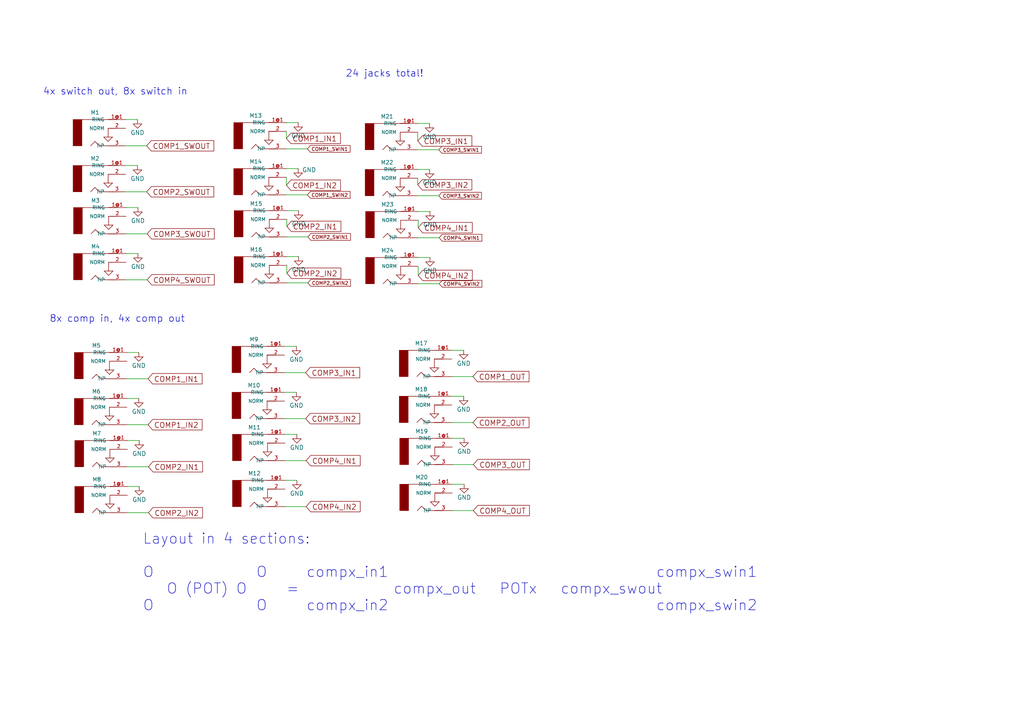
<source format=kicad_sch>
(kicad_sch (version 20211123) (generator eeschema)

  (uuid e0f9be8e-7ce9-4973-8ccf-0877c1a6166a)

  (paper "A4")

  (lib_symbols
    (symbol "erthenvar:AUDIO-JACKERTHENVAR" (pin_names (offset 1.016)) (in_bom yes) (on_board yes)
      (property "Reference" "M" (id 0) (at -7.493 4.445 0)
        (effects (font (size 1.143 1.143)) (justify left bottom))
      )
      (property "Value" "AUDIO-JACKERTHENVAR" (id 1) (at 0 0 0)
        (effects (font (size 1.143 1.143)) (justify left bottom) hide)
      )
      (property "Footprint" "erthenvar_ERTHENVAR-JACK" (id 2) (at 0.762 3.81 0)
        (effects (font (size 0.508 0.508)) hide)
      )
      (property "Datasheet" "" (id 3) (at 0 0 0)
        (effects (font (size 1.27 1.27)) hide)
      )
      (property "ki_locked" "" (id 4) (at 0 0 0)
        (effects (font (size 1.27 1.27)))
      )
      (property "ki_fp_filters" "*ERTHENVAR-JACK*" (id 5) (at 0 0 0)
        (effects (font (size 1.27 1.27)) hide)
      )
      (symbol "AUDIO-JACKERTHENVAR_1_0"
        (polyline
          (pts
            (xy -5.08 2.54)
            (xy 5.08 2.54)
          )
          (stroke (width 0) (type default) (color 0 0 0 0))
          (fill (type none))
        )
        (polyline
          (pts
            (xy -2.54 -5.08)
            (xy -1.27 -3.81)
          )
          (stroke (width 0) (type default) (color 0 0 0 0))
          (fill (type none))
        )
        (polyline
          (pts
            (xy -1.27 -3.81)
            (xy 0 -5.08)
          )
          (stroke (width 0) (type default) (color 0 0 0 0))
          (fill (type none))
        )
        (polyline
          (pts
            (xy 0 -5.08)
            (xy 5.08 -5.08)
          )
          (stroke (width 0) (type default) (color 0 0 0 0))
          (fill (type none))
        )
        (polyline
          (pts
            (xy 1.27 -2.54)
            (xy 2.54 -2.54)
          )
          (stroke (width 0) (type default) (color 0 0 0 0))
          (fill (type none))
        )
        (polyline
          (pts
            (xy 2.54 -3.81)
            (xy 1.27 -2.54)
          )
          (stroke (width 0) (type default) (color 0 0 0 0))
          (fill (type none))
        )
        (polyline
          (pts
            (xy 2.54 -2.54)
            (xy 2.54 0)
          )
          (stroke (width 0) (type default) (color 0 0 0 0))
          (fill (type none))
        )
        (polyline
          (pts
            (xy 2.54 -2.54)
            (xy 3.81 -2.54)
          )
          (stroke (width 0) (type default) (color 0 0 0 0))
          (fill (type none))
        )
        (polyline
          (pts
            (xy 3.81 -2.54)
            (xy 2.54 -3.81)
          )
          (stroke (width 0) (type default) (color 0 0 0 0))
          (fill (type none))
        )
        (polyline
          (pts
            (xy 5.08 0)
            (xy 2.54 0)
          )
          (stroke (width 0) (type default) (color 0 0 0 0))
          (fill (type none))
        )
      )
      (symbol "AUDIO-JACKERTHENVAR_1_1"
        (rectangle (start -7.62 -5.08) (end -5.08 2.54)
          (stroke (width 0) (type default) (color 0 0 0 0))
          (fill (type outline))
        )
        (pin bidirectional line (at 7.62 2.54 180) (length 5.08)
          (name "RING" (effects (font (size 1.016 1.016))))
          (number "1@1" (effects (font (size 1.016 1.016))))
        )
        (pin bidirectional line (at 7.62 2.54 180) (length 5.08) hide
          (name "RING" (effects (font (size 1.016 1.016))))
          (number "1@2" (effects (font (size 1.016 1.016))))
        )
        (pin bidirectional line (at 7.62 0 180) (length 5.08)
          (name "NORM" (effects (font (size 1.016 1.016))))
          (number "2" (effects (font (size 1.016 1.016))))
        )
        (pin bidirectional line (at 7.62 -5.08 180) (length 5.08)
          (name "TIP" (effects (font (size 1.016 1.016))))
          (number "3" (effects (font (size 1.016 1.016))))
        )
      )
    )
    (symbol "power:GND" (power) (pin_names (offset 0)) (in_bom yes) (on_board yes)
      (property "Reference" "#PWR" (id 0) (at 0 -6.35 0)
        (effects (font (size 1.27 1.27)) hide)
      )
      (property "Value" "GND" (id 1) (at 0 -3.81 0)
        (effects (font (size 1.27 1.27)))
      )
      (property "Footprint" "" (id 2) (at 0 0 0)
        (effects (font (size 1.27 1.27)) hide)
      )
      (property "Datasheet" "" (id 3) (at 0 0 0)
        (effects (font (size 1.27 1.27)) hide)
      )
      (property "ki_keywords" "power-flag" (id 4) (at 0 0 0)
        (effects (font (size 1.27 1.27)) hide)
      )
      (property "ki_description" "Power symbol creates a global label with name \"GND\" , ground" (id 5) (at 0 0 0)
        (effects (font (size 1.27 1.27)) hide)
      )
      (symbol "GND_0_1"
        (polyline
          (pts
            (xy 0 0)
            (xy 0 -1.27)
            (xy 1.27 -1.27)
            (xy 0 -2.54)
            (xy -1.27 -1.27)
            (xy 0 -1.27)
          )
          (stroke (width 0) (type default) (color 0 0 0 0))
          (fill (type none))
        )
      )
      (symbol "GND_1_1"
        (pin power_in line (at 0 0 270) (length 0) hide
          (name "GND" (effects (font (size 1.27 1.27))))
          (number "1" (effects (font (size 1.27 1.27))))
        )
      )
    )
  )


  (wire (pts (xy 36.83 123.19) (xy 42.926 123.19))
    (stroke (width 0) (type default) (color 0 0 0 0))
    (uuid 029a8cc2-6ba2-4c36-a00c-7f49511f28f1)
  )
  (wire (pts (xy 83.185 63.627) (xy 83.185 65.659))
    (stroke (width 0) (type default) (color 0 0 0 0))
    (uuid 04004e2f-6ef8-418d-adc6-b96ba7971533)
  )
  (wire (pts (xy 83.185 74.422) (xy 86.614 74.422))
    (stroke (width 0) (type default) (color 0 0 0 0))
    (uuid 045182c2-126d-44a4-b85e-f5b118cf2d6f)
  )
  (wire (pts (xy 131.064 122.555) (xy 137.16 122.555))
    (stroke (width 0) (type default) (color 0 0 0 0))
    (uuid 059093e8-46b8-4d5b-a341-20fd37d42005)
  )
  (wire (pts (xy 36.576 81.153) (xy 42.672 81.153))
    (stroke (width 0) (type default) (color 0 0 0 0))
    (uuid 0616c63e-9a22-46a4-bc69-5258471678fc)
  )
  (wire (pts (xy 36.449 34.671) (xy 39.878 34.671))
    (stroke (width 0) (type default) (color 0 0 0 0))
    (uuid 0984ad87-9701-471d-af2b-671b5049ee38)
  )
  (wire (pts (xy 121.285 74.676) (xy 124.714 74.676))
    (stroke (width 0) (type default) (color 0 0 0 0))
    (uuid 10d18211-ffd1-40d4-8e8e-0b9786b58c55)
  )
  (wire (pts (xy 82.55 108.077) (xy 88.646 108.077))
    (stroke (width 0) (type default) (color 0 0 0 0))
    (uuid 1935bac2-e6a4-464f-9218-292c45aee921)
  )
  (wire (pts (xy 82.55 121.412) (xy 88.646 121.412))
    (stroke (width 0) (type default) (color 0 0 0 0))
    (uuid 19c6e340-b47a-4e57-a054-7273fc15948a)
  )
  (wire (pts (xy 83.185 68.707) (xy 89.281 68.707))
    (stroke (width 0) (type default) (color 0 0 0 0))
    (uuid 1d7def3e-b5f2-4d38-9258-3699530acce7)
  )
  (wire (pts (xy 121.158 49.149) (xy 124.587 49.149))
    (stroke (width 0) (type default) (color 0 0 0 0))
    (uuid 1e578351-407f-441b-b05c-fb14c46662f6)
  )
  (wire (pts (xy 121.285 82.296) (xy 127.381 82.296))
    (stroke (width 0) (type default) (color 0 0 0 0))
    (uuid 2020ce01-df8d-4555-8efd-8a8c5910f46c)
  )
  (wire (pts (xy 82.55 100.457) (xy 85.979 100.457))
    (stroke (width 0) (type default) (color 0 0 0 0))
    (uuid 23f9d890-860c-4b16-8af3-7bc27fac64df)
  )
  (wire (pts (xy 131.064 114.935) (xy 134.493 114.935))
    (stroke (width 0) (type default) (color 0 0 0 0))
    (uuid 260f2d10-6165-49d2-a730-2e188cdb5d8e)
  )
  (wire (pts (xy 36.83 109.855) (xy 42.926 109.855))
    (stroke (width 0) (type default) (color 0 0 0 0))
    (uuid 2a8a92a2-0354-4424-8881-e1b1dbae1a52)
  )
  (wire (pts (xy 82.677 125.984) (xy 86.106 125.984))
    (stroke (width 0) (type default) (color 0 0 0 0))
    (uuid 39f3228f-c85c-45b3-8216-1099220a297c)
  )
  (wire (pts (xy 82.677 133.604) (xy 88.773 133.604))
    (stroke (width 0) (type default) (color 0 0 0 0))
    (uuid 3ab7a090-d726-46ee-9668-6cc776bdc583)
  )
  (wire (pts (xy 36.576 67.818) (xy 42.672 67.818))
    (stroke (width 0) (type default) (color 0 0 0 0))
    (uuid 3c96408f-bc68-4372-b188-85c669191a4c)
  )
  (wire (pts (xy 36.449 55.626) (xy 42.545 55.626))
    (stroke (width 0) (type default) (color 0 0 0 0))
    (uuid 40e1293c-c892-4240-839c-63477c503368)
  )
  (wire (pts (xy 36.449 42.291) (xy 42.545 42.291))
    (stroke (width 0) (type default) (color 0 0 0 0))
    (uuid 4cc74c89-a29c-470c-aff9-fda736c40dac)
  )
  (wire (pts (xy 36.449 48.006) (xy 39.878 48.006))
    (stroke (width 0) (type default) (color 0 0 0 0))
    (uuid 4faf3af1-ff7a-4951-9fe6-2df936a6caec)
  )
  (wire (pts (xy 82.677 146.939) (xy 88.773 146.939))
    (stroke (width 0) (type default) (color 0 0 0 0))
    (uuid 4fdfa554-aa8a-4ba0-a210-a83c7a7c1e77)
  )
  (wire (pts (xy 36.83 115.57) (xy 40.259 115.57))
    (stroke (width 0) (type default) (color 0 0 0 0))
    (uuid 50747487-4fc2-4576-89e2-71d99599c340)
  )
  (wire (pts (xy 121.158 51.689) (xy 121.158 53.594))
    (stroke (width 0) (type default) (color 0 0 0 0))
    (uuid 53e8cee0-adce-4fc9-9b13-845c266f4761)
  )
  (wire (pts (xy 131.064 101.6) (xy 134.493 101.6))
    (stroke (width 0) (type default) (color 0 0 0 0))
    (uuid 5631e952-5d07-430d-bb80-b908aa7c2b23)
  )
  (wire (pts (xy 121.158 38.354) (xy 121.158 40.894))
    (stroke (width 0) (type default) (color 0 0 0 0))
    (uuid 5f25450d-7863-43f7-8033-68e027ed642f)
  )
  (wire (pts (xy 131.191 140.462) (xy 134.62 140.462))
    (stroke (width 0) (type default) (color 0 0 0 0))
    (uuid 5f453679-7db2-48a0-ac0f-ee3b35c7c670)
  )
  (wire (pts (xy 36.83 102.235) (xy 40.259 102.235))
    (stroke (width 0) (type default) (color 0 0 0 0))
    (uuid 5fd27ffd-1e90-415c-970f-e94046737013)
  )
  (wire (pts (xy 82.677 139.319) (xy 86.106 139.319))
    (stroke (width 0) (type default) (color 0 0 0 0))
    (uuid 6ce4c649-838f-4aff-8293-9be9a3ffa5dc)
  )
  (wire (pts (xy 121.158 56.769) (xy 127.254 56.769))
    (stroke (width 0) (type default) (color 0 0 0 0))
    (uuid 6ce8f685-4535-40be-9e76-d5ef6ed6218d)
  )
  (wire (pts (xy 121.285 77.216) (xy 121.285 79.883))
    (stroke (width 0) (type default) (color 0 0 0 0))
    (uuid 6d026600-96ba-4ad2-8d80-76d2ab8be054)
  )
  (wire (pts (xy 121.158 43.434) (xy 127.254 43.434))
    (stroke (width 0) (type default) (color 0 0 0 0))
    (uuid 73fa7389-cf2a-4775-b1a6-b44e69b0e7e7)
  )
  (wire (pts (xy 121.285 61.341) (xy 124.714 61.341))
    (stroke (width 0) (type default) (color 0 0 0 0))
    (uuid 7bcea3f0-c2f7-4ace-88ff-5bbaadae178a)
  )
  (wire (pts (xy 83.185 76.962) (xy 83.185 79.248))
    (stroke (width 0) (type default) (color 0 0 0 0))
    (uuid 7d700c1b-f1bd-4ccf-9535-3a95166006b2)
  )
  (wire (pts (xy 83.185 61.087) (xy 86.614 61.087))
    (stroke (width 0) (type default) (color 0 0 0 0))
    (uuid 7e7688f3-0c7f-408f-b1fe-71ee659e0427)
  )
  (wire (pts (xy 36.957 141.097) (xy 40.386 141.097))
    (stroke (width 0) (type default) (color 0 0 0 0))
    (uuid 7ec279ee-0993-4f18-a5c4-92807ccff8c5)
  )
  (wire (pts (xy 131.191 127.127) (xy 134.62 127.127))
    (stroke (width 0) (type default) (color 0 0 0 0))
    (uuid 83cf0de2-2243-483c-9a8d-1a8683cec87b)
  )
  (wire (pts (xy 131.191 134.747) (xy 137.287 134.747))
    (stroke (width 0) (type default) (color 0 0 0 0))
    (uuid 89639228-a6dc-404c-8879-5a1958dbd06d)
  )
  (wire (pts (xy 131.064 109.22) (xy 137.16 109.22))
    (stroke (width 0) (type default) (color 0 0 0 0))
    (uuid 8e5f9297-632a-422c-8c74-de0035cb10a4)
  )
  (wire (pts (xy 36.576 73.533) (xy 40.005 73.533))
    (stroke (width 0) (type default) (color 0 0 0 0))
    (uuid 8fcdc3ae-c3e4-459f-8c3e-d5f2db7a94f1)
  )
  (wire (pts (xy 121.285 68.961) (xy 127.381 68.961))
    (stroke (width 0) (type default) (color 0 0 0 0))
    (uuid 99b97178-901c-42fb-a264-f0994b28322b)
  )
  (wire (pts (xy 36.957 135.382) (xy 43.053 135.382))
    (stroke (width 0) (type default) (color 0 0 0 0))
    (uuid 9a1ce8bf-8a89-4b42-92be-88d200b23ab7)
  )
  (wire (pts (xy 36.576 60.198) (xy 40.005 60.198))
    (stroke (width 0) (type default) (color 0 0 0 0))
    (uuid 9fb3dc89-77aa-4adb-9208-660fc0918756)
  )
  (wire (pts (xy 83.058 56.515) (xy 89.154 56.515))
    (stroke (width 0) (type default) (color 0 0 0 0))
    (uuid a1c6673d-4daf-4596-a288-68d0ed66d19c)
  )
  (wire (pts (xy 83.058 51.435) (xy 83.058 53.721))
    (stroke (width 0) (type default) (color 0 0 0 0))
    (uuid a83a058f-1686-423c-9c9f-4b760c452c49)
  )
  (wire (pts (xy 83.058 35.56) (xy 86.487 35.56))
    (stroke (width 0) (type default) (color 0 0 0 0))
    (uuid c6d437f3-30ab-48a8-aeaf-61bd6c3a04a1)
  )
  (wire (pts (xy 36.957 127.762) (xy 40.386 127.762))
    (stroke (width 0) (type default) (color 0 0 0 0))
    (uuid cc3ae210-bedc-4cb8-9699-9c35c51399a9)
  )
  (wire (pts (xy 131.191 148.082) (xy 137.287 148.082))
    (stroke (width 0) (type default) (color 0 0 0 0))
    (uuid cd7df563-1418-4775-a40d-4ab17328c09b)
  )
  (wire (pts (xy 83.058 38.1) (xy 83.058 40.132))
    (stroke (width 0) (type default) (color 0 0 0 0))
    (uuid cf32ac7a-78b1-421c-8ad5-794529109309)
  )
  (wire (pts (xy 83.058 43.18) (xy 89.154 43.18))
    (stroke (width 0) (type default) (color 0 0 0 0))
    (uuid d99b13a0-d0c0-4d66-b255-c5ab29595b46)
  )
  (wire (pts (xy 83.058 48.895) (xy 86.487 48.895))
    (stroke (width 0) (type default) (color 0 0 0 0))
    (uuid e1bbff8a-2f47-41c6-83f5-7fcdd56717d5)
  )
  (wire (pts (xy 121.285 63.881) (xy 121.285 66.04))
    (stroke (width 0) (type default) (color 0 0 0 0))
    (uuid e4d2ec69-e5f2-4648-b161-6851a40d9e7d)
  )
  (wire (pts (xy 121.158 35.814) (xy 124.587 35.814))
    (stroke (width 0) (type default) (color 0 0 0 0))
    (uuid ee165f5b-af56-41e4-ad40-0bd602574cb8)
  )
  (wire (pts (xy 83.185 82.042) (xy 89.281 82.042))
    (stroke (width 0) (type default) (color 0 0 0 0))
    (uuid f1e65c1d-df20-49e9-8741-9a95f375b351)
  )
  (wire (pts (xy 82.55 113.792) (xy 85.979 113.792))
    (stroke (width 0) (type default) (color 0 0 0 0))
    (uuid f358b909-74cd-4543-81a3-7ceed1fc2850)
  )
  (wire (pts (xy 36.957 148.717) (xy 43.053 148.717))
    (stroke (width 0) (type default) (color 0 0 0 0))
    (uuid f955933d-4503-4782-b8b7-768507e3a78e)
  )

  (text "24 jacks total!" (at 100.203 22.606 0)
    (effects (font (size 2 2)) (justify left bottom))
    (uuid 171025d4-20d0-4319-8e7a-390a867c8b8e)
  )
  (text "4x switch out, 8x switch in" (at 12.446 27.813 0)
    (effects (font (size 2 2)) (justify left bottom))
    (uuid 82825803-d02b-4139-a0f4-7606713ae055)
  )
  (text "8x comp in, 4x comp out" (at 14.351 93.726 0)
    (effects (font (size 2 2)) (justify left bottom))
    (uuid b122577a-dab1-43b7-aba8-562e6e731d69)
  )
  (text "Layout in 4 sections:\n\nO             O     compx_in1                                  compx_swin1\n   O (POT) O     =            compx_out   POTx   compx_swout\nO             O     compx_in2                                  compx_swin2"
    (at 41.3766 177.4952 0)
    (effects (font (size 3 3)) (justify left bottom))
    (uuid f2fdfb1c-4d80-4fee-8ff3-6391c45e4050)
  )

  (global_label "COMP2_SWOUT" (shape input) (at 42.545 55.626 0) (fields_autoplaced)
    (effects (font (size 1.524 1.524)) (justify left))
    (uuid 09b9b993-9bd4-497d-a5a7-e9b6f97f7a46)
    (property "Intersheet References" "${INTERSHEET_REFS}" (id 0) (at 61.9869 55.5308 0)
      (effects (font (size 1.524 1.524)) (justify left) hide)
    )
  )
  (global_label "COMP2_OUT" (shape input) (at 137.16 122.555 0) (fields_autoplaced)
    (effects (font (size 1.524 1.524)) (justify left))
    (uuid 1d586277-94a0-4a3d-84c7-63b97cbef481)
    (property "Intersheet References" "${INTERSHEET_REFS}" (id 0) (at 153.4087 122.4598 0)
      (effects (font (size 1.524 1.524)) (justify left) hide)
    )
  )
  (global_label "COMP2_IN1" (shape input) (at 43.053 135.382 0) (fields_autoplaced)
    (effects (font (size 1.524 1.524)) (justify left))
    (uuid 26c2f82f-7182-40b0-a33c-82732ac62648)
    (property "Intersheet References" "${INTERSHEET_REFS}" (id 0) (at 58.7212 135.2868 0)
      (effects (font (size 1.524 1.524)) (justify left) hide)
    )
  )
  (global_label "COMP3_SWIN2" (shape input) (at 127.254 56.769 0) (fields_autoplaced)
    (effects (font (size 1 1)) (justify left))
    (uuid 2a91eeb0-52ca-4e6f-ac73-53eb67865b83)
    (property "Intersheet References" "${INTERSHEET_REFS}" (id 0) (at 139.6302 56.7065 0)
      (effects (font (size 1 1)) (justify left) hide)
    )
  )
  (global_label "COMP1_IN1" (shape input) (at 83.058 40.132 0) (fields_autoplaced)
    (effects (font (size 1.524 1.524)) (justify left))
    (uuid 2d389856-26d5-4eea-b9e0-7e9045ae73b0)
    (property "Intersheet References" "${INTERSHEET_REFS}" (id 0) (at 98.7262 40.2272 0)
      (effects (font (size 1.524 1.524)) (justify left) hide)
    )
  )
  (global_label "COMP2_IN2" (shape input) (at 43.053 148.717 0) (fields_autoplaced)
    (effects (font (size 1.524 1.524)) (justify left))
    (uuid 356b547f-1f9d-445e-b0ea-c362aa8328f7)
    (property "Intersheet References" "${INTERSHEET_REFS}" (id 0) (at 58.7212 148.6218 0)
      (effects (font (size 1.524 1.524)) (justify left) hide)
    )
  )
  (global_label "COMP4_SWIN1" (shape input) (at 127.381 68.961 0) (fields_autoplaced)
    (effects (font (size 1 1)) (justify left))
    (uuid 3a35463c-5c5f-4575-9390-e450cc4e8c80)
    (property "Intersheet References" "${INTERSHEET_REFS}" (id 0) (at 139.7572 68.8985 0)
      (effects (font (size 1 1)) (justify left) hide)
    )
  )
  (global_label "COMP1_SWOUT" (shape input) (at 42.545 42.291 0) (fields_autoplaced)
    (effects (font (size 1.524 1.524)) (justify left))
    (uuid 537a3dbe-d311-48dc-a9fd-b7dd6bd08628)
    (property "Intersheet References" "${INTERSHEET_REFS}" (id 0) (at 61.9869 42.3862 0)
      (effects (font (size 1.524 1.524)) (justify left) hide)
    )
  )
  (global_label "COMP3_IN2" (shape input) (at 121.158 53.594 0) (fields_autoplaced)
    (effects (font (size 1.524 1.524)) (justify left))
    (uuid 65badbcc-87f6-410d-86f8-eead97affc40)
    (property "Intersheet References" "${INTERSHEET_REFS}" (id 0) (at 136.8262 53.4988 0)
      (effects (font (size 1.524 1.524)) (justify left) hide)
    )
  )
  (global_label "COMP1_IN2" (shape input) (at 83.058 53.721 0) (fields_autoplaced)
    (effects (font (size 1.524 1.524)) (justify left))
    (uuid 6b49c0f8-4454-4673-99d4-b95afe5b1eb0)
    (property "Intersheet References" "${INTERSHEET_REFS}" (id 0) (at 98.7262 53.8162 0)
      (effects (font (size 1.524 1.524)) (justify left) hide)
    )
  )
  (global_label "COMP3_IN2" (shape input) (at 88.646 121.412 0) (fields_autoplaced)
    (effects (font (size 1.524 1.524)) (justify left))
    (uuid 6e08b47c-2183-4d78-a064-24a87afca561)
    (property "Intersheet References" "${INTERSHEET_REFS}" (id 0) (at 104.3142 121.3168 0)
      (effects (font (size 1.524 1.524)) (justify left) hide)
    )
  )
  (global_label "COMP3_SWOUT" (shape input) (at 42.672 67.818 0) (fields_autoplaced)
    (effects (font (size 1.524 1.524)) (justify left))
    (uuid 70f3f93b-c914-4034-a825-d534da81f567)
    (property "Intersheet References" "${INTERSHEET_REFS}" (id 0) (at 62.1139 67.7228 0)
      (effects (font (size 1.524 1.524)) (justify left) hide)
    )
  )
  (global_label "COMP3_IN1" (shape input) (at 88.646 108.077 0) (fields_autoplaced)
    (effects (font (size 1.524 1.524)) (justify left))
    (uuid 7bf089a7-a4f9-4ace-9e70-112df239d258)
    (property "Intersheet References" "${INTERSHEET_REFS}" (id 0) (at 104.3142 107.9818 0)
      (effects (font (size 1.524 1.524)) (justify left) hide)
    )
  )
  (global_label "COMP4_SWOUT" (shape input) (at 42.672 81.153 0) (fields_autoplaced)
    (effects (font (size 1.524 1.524)) (justify left))
    (uuid 81d1c3de-9cb4-4c59-83d5-220a28a3adae)
    (property "Intersheet References" "${INTERSHEET_REFS}" (id 0) (at 62.1139 81.0578 0)
      (effects (font (size 1.524 1.524)) (justify left) hide)
    )
  )
  (global_label "COMP1_IN1" (shape input) (at 42.926 109.855 0) (fields_autoplaced)
    (effects (font (size 1.524 1.524)) (justify left))
    (uuid 83ae639c-18b4-4eda-8389-8de06b6d26d0)
    (property "Intersheet References" "${INTERSHEET_REFS}" (id 0) (at 58.5942 109.9502 0)
      (effects (font (size 1.524 1.524)) (justify left) hide)
    )
  )
  (global_label "COMP4_IN1" (shape input) (at 121.285 66.04 0) (fields_autoplaced)
    (effects (font (size 1.524 1.524)) (justify left))
    (uuid ab65dcf2-89e6-48ec-95f5-b984a9375e98)
    (property "Intersheet References" "${INTERSHEET_REFS}" (id 0) (at 136.9532 65.9448 0)
      (effects (font (size 1.524 1.524)) (justify left) hide)
    )
  )
  (global_label "COMP3_IN1" (shape input) (at 121.158 40.894 0) (fields_autoplaced)
    (effects (font (size 1.524 1.524)) (justify left))
    (uuid abe1df86-7808-44cb-a4d0-b48ec81ff7d6)
    (property "Intersheet References" "${INTERSHEET_REFS}" (id 0) (at 136.8262 40.7988 0)
      (effects (font (size 1.524 1.524)) (justify left) hide)
    )
  )
  (global_label "COMP2_SWIN2" (shape input) (at 89.281 82.042 0) (fields_autoplaced)
    (effects (font (size 1 1)) (justify left))
    (uuid aef72804-42c1-42b8-963b-e5e938172c7a)
    (property "Intersheet References" "${INTERSHEET_REFS}" (id 0) (at 101.6572 81.9795 0)
      (effects (font (size 1 1)) (justify left) hide)
    )
  )
  (global_label "COMP1_SWIN1" (shape input) (at 89.154 43.18 0) (fields_autoplaced)
    (effects (font (size 1 1)) (justify left))
    (uuid b8da6c95-f6ef-4c32-8c00-b183961da770)
    (property "Intersheet References" "${INTERSHEET_REFS}" (id 0) (at 101.5302 43.1175 0)
      (effects (font (size 1 1)) (justify left) hide)
    )
  )
  (global_label "COMP3_OUT" (shape input) (at 137.287 134.747 0) (fields_autoplaced)
    (effects (font (size 1.524 1.524)) (justify left))
    (uuid b91e7d06-0c83-449e-9868-25a248e00cff)
    (property "Intersheet References" "${INTERSHEET_REFS}" (id 0) (at 153.5357 134.6518 0)
      (effects (font (size 1.524 1.524)) (justify left) hide)
    )
  )
  (global_label "COMP1_IN2" (shape input) (at 42.926 123.19 0) (fields_autoplaced)
    (effects (font (size 1.524 1.524)) (justify left))
    (uuid ba36ff01-e518-4590-acf3-7f22e6abc1f9)
    (property "Intersheet References" "${INTERSHEET_REFS}" (id 0) (at 58.5942 123.2852 0)
      (effects (font (size 1.524 1.524)) (justify left) hide)
    )
  )
  (global_label "COMP4_OUT" (shape input) (at 137.287 148.082 0) (fields_autoplaced)
    (effects (font (size 1.524 1.524)) (justify left))
    (uuid c00eeeb9-4a71-4912-be61-20ec597b0f9a)
    (property "Intersheet References" "${INTERSHEET_REFS}" (id 0) (at 153.5357 147.9868 0)
      (effects (font (size 1.524 1.524)) (justify left) hide)
    )
  )
  (global_label "COMP3_SWIN1" (shape input) (at 127.254 43.434 0) (fields_autoplaced)
    (effects (font (size 1 1)) (justify left))
    (uuid cb527e99-540b-4c9b-99f5-b7677367244f)
    (property "Intersheet References" "${INTERSHEET_REFS}" (id 0) (at 139.6302 43.3715 0)
      (effects (font (size 1 1)) (justify left) hide)
    )
  )
  (global_label "COMP1_OUT" (shape input) (at 137.16 109.22 0) (fields_autoplaced)
    (effects (font (size 1.524 1.524)) (justify left))
    (uuid d2c2aab8-7b04-4c24-b4bd-fda34aeb3596)
    (property "Intersheet References" "${INTERSHEET_REFS}" (id 0) (at 153.4087 109.1248 0)
      (effects (font (size 1.524 1.524)) (justify left) hide)
    )
  )
  (global_label "COMP4_IN1" (shape input) (at 88.773 133.604 0) (fields_autoplaced)
    (effects (font (size 1.524 1.524)) (justify left))
    (uuid d2e3fe59-e7b2-44ad-b49a-ae98a3edcf10)
    (property "Intersheet References" "${INTERSHEET_REFS}" (id 0) (at 104.4412 133.5088 0)
      (effects (font (size 1.524 1.524)) (justify left) hide)
    )
  )
  (global_label "COMP2_SWIN1" (shape input) (at 89.281 68.707 0) (fields_autoplaced)
    (effects (font (size 1 1)) (justify left))
    (uuid d901eed1-02e2-44bd-b254-e33142686717)
    (property "Intersheet References" "${INTERSHEET_REFS}" (id 0) (at 101.6572 68.6445 0)
      (effects (font (size 1 1)) (justify left) hide)
    )
  )
  (global_label "COMP4_IN2" (shape input) (at 88.773 146.939 0) (fields_autoplaced)
    (effects (font (size 1.524 1.524)) (justify left))
    (uuid e1a4e479-027a-4199-b706-3dbaab58a84c)
    (property "Intersheet References" "${INTERSHEET_REFS}" (id 0) (at 104.4412 146.8438 0)
      (effects (font (size 1.524 1.524)) (justify left) hide)
    )
  )
  (global_label "COMP2_IN1" (shape input) (at 83.185 65.659 0) (fields_autoplaced)
    (effects (font (size 1.524 1.524)) (justify left))
    (uuid e5901ccc-989f-4148-9e39-d19d9afa7844)
    (property "Intersheet References" "${INTERSHEET_REFS}" (id 0) (at 98.8532 65.5638 0)
      (effects (font (size 1.524 1.524)) (justify left) hide)
    )
  )
  (global_label "COMP4_SWIN2" (shape input) (at 127.381 82.296 0) (fields_autoplaced)
    (effects (font (size 1 1)) (justify left))
    (uuid e61c4c42-a1b6-4c69-9e1e-ddae266cdf2c)
    (property "Intersheet References" "${INTERSHEET_REFS}" (id 0) (at 139.7572 82.2335 0)
      (effects (font (size 1 1)) (justify left) hide)
    )
  )
  (global_label "COMP2_IN2" (shape input) (at 83.185 79.248 0) (fields_autoplaced)
    (effects (font (size 1.524 1.524)) (justify left))
    (uuid eee07ad4-75f6-4c9f-ad27-550f9b306ec4)
    (property "Intersheet References" "${INTERSHEET_REFS}" (id 0) (at 98.8532 79.1528 0)
      (effects (font (size 1.524 1.524)) (justify left) hide)
    )
  )
  (global_label "COMP4_IN2" (shape input) (at 121.285 79.883 0) (fields_autoplaced)
    (effects (font (size 1.524 1.524)) (justify left))
    (uuid ef7c4b80-00c8-4d7f-aa73-d201f6156b81)
    (property "Intersheet References" "${INTERSHEET_REFS}" (id 0) (at 136.9532 79.7878 0)
      (effects (font (size 1.524 1.524)) (justify left) hide)
    )
  )
  (global_label "COMP1_SWIN2" (shape input) (at 89.154 56.515 0) (fields_autoplaced)
    (effects (font (size 1 1)) (justify left))
    (uuid ff35247b-5596-4cac-a732-c4b64c3f8f65)
    (property "Intersheet References" "${INTERSHEET_REFS}" (id 0) (at 101.5302 56.4525 0)
      (effects (font (size 1 1)) (justify left) hide)
    )
  )

  (symbol (lib_id "power:GND") (at 40.005 60.198 0) (unit 1)
    (in_bom yes) (on_board yes)
    (uuid 0376749e-f80f-4eca-80a6-07a3b7f02d80)
    (property "Reference" "#PWR061" (id 0) (at 40.005 66.548 0)
      (effects (font (size 1.27 1.27)) hide)
    )
    (property "Value" "GND" (id 1) (at 40.005 64.008 0))
    (property "Footprint" "" (id 2) (at 40.005 60.198 0)
      (effects (font (size 1.27 1.27)) hide)
    )
    (property "Datasheet" "" (id 3) (at 40.005 60.198 0)
      (effects (font (size 1.27 1.27)) hide)
    )
    (pin "1" (uuid 977582bf-c905-4d5d-8488-44f08cca113a))
  )

  (symbol (lib_id "power:GND") (at 124.714 74.676 0) (unit 1)
    (in_bom yes) (on_board yes)
    (uuid 098a4e0f-f159-4c3f-a554-6ba136c4b3ac)
    (property "Reference" "#PWR082" (id 0) (at 124.714 81.026 0)
      (effects (font (size 1.27 1.27)) hide)
    )
    (property "Value" "GND" (id 1) (at 124.714 78.486 0))
    (property "Footprint" "" (id 2) (at 124.714 74.676 0)
      (effects (font (size 1.27 1.27)) hide)
    )
    (property "Datasheet" "" (id 3) (at 124.714 74.676 0)
      (effects (font (size 1.27 1.27)) hide)
    )
    (pin "1" (uuid 34a7447b-bd45-4bef-9842-ab5e65cad52f))
  )

  (symbol (lib_id "power:GND") (at 86.614 61.087 0) (unit 1)
    (in_bom yes) (on_board yes)
    (uuid 0d5bce7e-3bbd-41d5-ba72-1945e59fdf86)
    (property "Reference" "#PWR073" (id 0) (at 86.614 67.437 0)
      (effects (font (size 1.27 1.27)) hide)
    )
    (property "Value" "GND" (id 1) (at 86.614 64.897 0))
    (property "Footprint" "" (id 2) (at 86.614 61.087 0)
      (effects (font (size 1.27 1.27)) hide)
    )
    (property "Datasheet" "" (id 3) (at 86.614 61.087 0)
      (effects (font (size 1.27 1.27)) hide)
    )
    (pin "1" (uuid f12ea28c-91db-4cae-9f8f-7292cdd2ca64))
  )

  (symbol (lib_id "erthenvar:AUDIO-JACKERTHENVAR") (at 113.538 51.689 0) (unit 1)
    (in_bom yes) (on_board yes) (fields_autoplaced)
    (uuid 0eeb6896-3359-49b5-a33a-d8724f885f7c)
    (property "Reference" "M22" (id 0) (at 112.268 47.117 0)
      (effects (font (size 1.143 1.143)))
    )
    (property "Value" "AUDIO-JACKERTHENVAR-PJ398" (id 1) (at 113.538 51.689 0)
      (effects (font (size 1.143 1.143)) (justify left bottom) hide)
    )
    (property "Footprint" "martin module:Jack_3.5mm_QingPu_WQP-PJ398SM_Vertical_CircularHolesKEEPOUT" (id 2) (at 114.3 47.879 0)
      (effects (font (size 0.508 0.508)) hide)
    )
    (property "Datasheet" "" (id 3) (at 113.538 51.689 0)
      (effects (font (size 1.27 1.27)) hide)
    )
    (pin "1@1" (uuid 549583e5-b7f4-42c3-9c5f-0751a8e9a40b))
    (pin "1@2" (uuid 2f614269-c80b-4780-96fc-2c7f61b0e00d))
    (pin "2" (uuid e36523b7-ba9f-4a4f-b529-4d3a28aa56cb))
    (pin "3" (uuid fea393da-1a52-4115-8725-862bdf110695))
  )

  (symbol (lib_id "power:GND") (at 134.62 127.127 0) (unit 1)
    (in_bom yes) (on_board yes)
    (uuid 0f1d3285-f7a2-45fb-b070-22ba1dfe0c43)
    (property "Reference" "#PWR077" (id 0) (at 134.62 133.477 0)
      (effects (font (size 1.27 1.27)) hide)
    )
    (property "Value" "GND" (id 1) (at 134.62 130.937 0))
    (property "Footprint" "" (id 2) (at 134.62 127.127 0)
      (effects (font (size 1.27 1.27)) hide)
    )
    (property "Datasheet" "" (id 3) (at 134.62 127.127 0)
      (effects (font (size 1.27 1.27)) hide)
    )
    (pin "1" (uuid 473c6e17-3f5d-4c88-84a4-1c2188742d06))
  )

  (symbol (lib_id "power:GND") (at 134.493 114.935 0) (unit 1)
    (in_bom yes) (on_board yes)
    (uuid 11ff9abb-e45f-4e06-b180-c874c5dbc84c)
    (property "Reference" "#PWR076" (id 0) (at 134.493 121.285 0)
      (effects (font (size 1.27 1.27)) hide)
    )
    (property "Value" "GND" (id 1) (at 134.493 118.745 0))
    (property "Footprint" "" (id 2) (at 134.493 114.935 0)
      (effects (font (size 1.27 1.27)) hide)
    )
    (property "Datasheet" "" (id 3) (at 134.493 114.935 0)
      (effects (font (size 1.27 1.27)) hide)
    )
    (pin "1" (uuid 892cfee6-11fd-4a18-bfea-28e70dfa9d82))
  )

  (symbol (lib_id "power:GND") (at 86.487 35.56 0) (unit 1)
    (in_bom yes) (on_board yes)
    (uuid 1201228a-0fe7-40e2-9bb3-b07e2968e2c3)
    (property "Reference" "#PWR071" (id 0) (at 86.487 41.91 0)
      (effects (font (size 1.27 1.27)) hide)
    )
    (property "Value" "GND" (id 1) (at 86.487 39.37 0))
    (property "Footprint" "" (id 2) (at 86.487 35.56 0)
      (effects (font (size 1.27 1.27)) hide)
    )
    (property "Datasheet" "" (id 3) (at 86.487 35.56 0)
      (effects (font (size 1.27 1.27)) hide)
    )
    (pin "1" (uuid 29fa0679-8901-491a-add1-3549717b7161))
  )

  (symbol (lib_id "erthenvar:AUDIO-JACKERTHENVAR") (at 28.956 62.738 0) (unit 1)
    (in_bom yes) (on_board yes) (fields_autoplaced)
    (uuid 16a7fa99-2cb2-4666-8175-daaa44c77f4c)
    (property "Reference" "M3" (id 0) (at 27.686 58.166 0)
      (effects (font (size 1.143 1.143)))
    )
    (property "Value" "AUDIO-JACKERTHENVAR-PJ398" (id 1) (at 28.956 62.738 0)
      (effects (font (size 1.143 1.143)) (justify left bottom) hide)
    )
    (property "Footprint" "martin module:Jack_3.5mm_QingPu_WQP-PJ398SM_Vertical_CircularHolesKEEPOUT" (id 2) (at 29.718 58.928 0)
      (effects (font (size 0.508 0.508)) hide)
    )
    (property "Datasheet" "" (id 3) (at 28.956 62.738 0)
      (effects (font (size 1.27 1.27)) hide)
    )
    (pin "1@1" (uuid 33744afb-d65f-4b58-be9b-6a4d25b9fb4e))
    (pin "1@2" (uuid 4e3ebecc-92db-4a74-b587-25ab75ae6e92))
    (pin "2" (uuid 24ca2d23-f546-4e0b-a163-a9b52a0e1b90))
    (pin "3" (uuid a782e42a-bd00-4634-840d-d57d81cea382))
  )

  (symbol (lib_id "erthenvar:AUDIO-JACKERTHENVAR") (at 113.665 63.881 0) (unit 1)
    (in_bom yes) (on_board yes) (fields_autoplaced)
    (uuid 17eefb2c-0832-430d-9319-24e4b440cf3c)
    (property "Reference" "M23" (id 0) (at 112.395 59.309 0)
      (effects (font (size 1.143 1.143)))
    )
    (property "Value" "AUDIO-JACKERTHENVAR-PJ398" (id 1) (at 113.665 63.881 0)
      (effects (font (size 1.143 1.143)) (justify left bottom) hide)
    )
    (property "Footprint" "martin module:Jack_3.5mm_QingPu_WQP-PJ398SM_Vertical_CircularHolesKEEPOUT" (id 2) (at 114.427 60.071 0)
      (effects (font (size 0.508 0.508)) hide)
    )
    (property "Datasheet" "" (id 3) (at 113.665 63.881 0)
      (effects (font (size 1.27 1.27)) hide)
    )
    (pin "1@1" (uuid 9b994bf8-1ab1-453c-9100-7ec90ca40f43))
    (pin "1@2" (uuid 53652aca-9d0b-4da6-a874-3c975d2da5ab))
    (pin "2" (uuid 561a93ef-8215-4d65-b9a8-ed661be55677))
    (pin "3" (uuid 58c765ab-a218-4776-b0e7-ab97c4ede47b))
  )

  (symbol (lib_id "power:GND") (at 86.487 48.895 0) (unit 1)
    (in_bom yes) (on_board yes)
    (uuid 20053ae3-5dbe-4bb4-b4ed-7973f1be040f)
    (property "Reference" "#PWR072" (id 0) (at 86.487 55.245 0)
      (effects (font (size 1.27 1.27)) hide)
    )
    (property "Value" "GND" (id 1) (at 89.662 49.276 0))
    (property "Footprint" "" (id 2) (at 86.487 48.895 0)
      (effects (font (size 1.27 1.27)) hide)
    )
    (property "Datasheet" "" (id 3) (at 86.487 48.895 0)
      (effects (font (size 1.27 1.27)) hide)
    )
    (pin "1" (uuid 15661259-c997-4ba2-b1cb-200edb5e6dfd))
  )

  (symbol (lib_id "power:GND") (at 134.62 140.462 0) (unit 1)
    (in_bom yes) (on_board yes)
    (uuid 22e48eb3-c3ca-4b22-9968-10d82dab2eb3)
    (property "Reference" "#PWR078" (id 0) (at 134.62 146.812 0)
      (effects (font (size 1.27 1.27)) hide)
    )
    (property "Value" "GND" (id 1) (at 134.62 144.272 0))
    (property "Footprint" "" (id 2) (at 134.62 140.462 0)
      (effects (font (size 1.27 1.27)) hide)
    )
    (property "Datasheet" "" (id 3) (at 134.62 140.462 0)
      (effects (font (size 1.27 1.27)) hide)
    )
    (pin "1" (uuid b4120164-a236-4d1d-bbfd-b6c2a0675a7f))
  )

  (symbol (lib_id "power:GND") (at 40.259 102.235 0) (unit 1)
    (in_bom yes) (on_board yes)
    (uuid 2cf92e9e-edaf-46a1-8598-c270e944af92)
    (property "Reference" "#PWR063" (id 0) (at 40.259 108.585 0)
      (effects (font (size 1.27 1.27)) hide)
    )
    (property "Value" "GND" (id 1) (at 40.259 106.045 0))
    (property "Footprint" "" (id 2) (at 40.259 102.235 0)
      (effects (font (size 1.27 1.27)) hide)
    )
    (property "Datasheet" "" (id 3) (at 40.259 102.235 0)
      (effects (font (size 1.27 1.27)) hide)
    )
    (pin "1" (uuid e9e9a599-4845-4e82-b34a-39716aaddd6e))
  )

  (symbol (lib_id "erthenvar:AUDIO-JACKERTHENVAR") (at 75.057 128.524 0) (unit 1)
    (in_bom yes) (on_board yes) (fields_autoplaced)
    (uuid 2d90eb88-9452-4f2a-81c9-a2b9e51cd7ff)
    (property "Reference" "M11" (id 0) (at 73.787 123.952 0)
      (effects (font (size 1.143 1.143)))
    )
    (property "Value" "AUDIO-JACKERTHENVAR-PJ398" (id 1) (at 75.057 128.524 0)
      (effects (font (size 1.143 1.143)) (justify left bottom) hide)
    )
    (property "Footprint" "martin module:Jack_3.5mm_QingPu_WQP-PJ398SM_Vertical_CircularHolesKEEPOUT" (id 2) (at 75.819 124.714 0)
      (effects (font (size 0.508 0.508)) hide)
    )
    (property "Datasheet" "" (id 3) (at 75.057 128.524 0)
      (effects (font (size 1.27 1.27)) hide)
    )
    (pin "1@1" (uuid 1d493041-de1f-4eb9-854c-2755f7e9cd52))
    (pin "1@2" (uuid 4a5c9d9d-0f35-473d-97ee-e67efecad0a7))
    (pin "2" (uuid 50c6402f-1940-4257-aca5-ac0fb5ca460c))
    (pin "3" (uuid f62a0797-9f73-4275-a18c-4d24cb1528a7))
  )

  (symbol (lib_id "erthenvar:AUDIO-JACKERTHENVAR") (at 29.337 143.637 0) (unit 1)
    (in_bom yes) (on_board yes) (fields_autoplaced)
    (uuid 30bf3454-e4ee-4c9a-9f55-d29dd5516394)
    (property "Reference" "M8" (id 0) (at 28.067 139.065 0)
      (effects (font (size 1.143 1.143)))
    )
    (property "Value" "AUDIO-JACKERTHENVAR-PJ398" (id 1) (at 29.337 143.637 0)
      (effects (font (size 1.143 1.143)) (justify left bottom) hide)
    )
    (property "Footprint" "martin module:Jack_3.5mm_QingPu_WQP-PJ398SM_Vertical_CircularHolesKEEPOUT" (id 2) (at 30.099 139.827 0)
      (effects (font (size 0.508 0.508)) hide)
    )
    (property "Datasheet" "" (id 3) (at 29.337 143.637 0)
      (effects (font (size 1.27 1.27)) hide)
    )
    (pin "1@1" (uuid 1125b1cd-bab2-4af5-acbf-80b93bec50a2))
    (pin "1@2" (uuid 20061dea-85f1-42e5-a766-1f76520746c3))
    (pin "2" (uuid 33cf052b-d374-4705-b592-93a5e744515e))
    (pin "3" (uuid d6c793ab-f3a6-4e10-a669-335d43619c55))
  )

  (symbol (lib_id "erthenvar:AUDIO-JACKERTHENVAR") (at 29.21 104.775 0) (unit 1)
    (in_bom yes) (on_board yes) (fields_autoplaced)
    (uuid 412c2027-531c-4401-b484-865a567f270a)
    (property "Reference" "M5" (id 0) (at 27.94 100.203 0)
      (effects (font (size 1.143 1.143)))
    )
    (property "Value" "AUDIO-JACKERTHENVAR-PJ398" (id 1) (at 29.21 104.775 0)
      (effects (font (size 1.143 1.143)) (justify left bottom) hide)
    )
    (property "Footprint" "martin module:Jack_3.5mm_QingPu_WQP-PJ398SM_Vertical_CircularHolesKEEPOUT" (id 2) (at 29.972 100.965 0)
      (effects (font (size 0.508 0.508)) hide)
    )
    (property "Datasheet" "" (id 3) (at 29.21 104.775 0)
      (effects (font (size 1.27 1.27)) hide)
    )
    (pin "1@1" (uuid 97b27fc5-7813-44b6-88a0-266d4d2827ac))
    (pin "1@2" (uuid e5656a06-c0ca-48a5-81a9-81d6efd9b356))
    (pin "2" (uuid f40dd283-8c67-466a-b27b-4cbee9385002))
    (pin "3" (uuid 99b4c593-0c79-466a-bf36-7313b2f91c01))
  )

  (symbol (lib_id "power:GND") (at 40.386 141.097 0) (unit 1)
    (in_bom yes) (on_board yes)
    (uuid 43afbb5b-08a2-490c-a13c-fe381875b251)
    (property "Reference" "#PWR066" (id 0) (at 40.386 147.447 0)
      (effects (font (size 1.27 1.27)) hide)
    )
    (property "Value" "GND" (id 1) (at 40.386 144.907 0))
    (property "Footprint" "" (id 2) (at 40.386 141.097 0)
      (effects (font (size 1.27 1.27)) hide)
    )
    (property "Datasheet" "" (id 3) (at 40.386 141.097 0)
      (effects (font (size 1.27 1.27)) hide)
    )
    (pin "1" (uuid fcbc6426-41ac-4685-9335-d0014c0a37c8))
  )

  (symbol (lib_id "erthenvar:AUDIO-JACKERTHENVAR") (at 29.21 118.11 0) (unit 1)
    (in_bom yes) (on_board yes) (fields_autoplaced)
    (uuid 532449f7-090e-4da1-8f2f-adad9e0c01c7)
    (property "Reference" "M6" (id 0) (at 27.94 113.538 0)
      (effects (font (size 1.143 1.143)))
    )
    (property "Value" "AUDIO-JACKERTHENVAR-PJ398" (id 1) (at 29.21 118.11 0)
      (effects (font (size 1.143 1.143)) (justify left bottom) hide)
    )
    (property "Footprint" "martin module:Jack_3.5mm_QingPu_WQP-PJ398SM_Vertical_CircularHolesKEEPOUT" (id 2) (at 29.972 114.3 0)
      (effects (font (size 0.508 0.508)) hide)
    )
    (property "Datasheet" "" (id 3) (at 29.21 118.11 0)
      (effects (font (size 1.27 1.27)) hide)
    )
    (pin "1@1" (uuid beb22d57-6e6a-425c-988d-56b4ab659f4c))
    (pin "1@2" (uuid 946ec993-bc7f-4ed5-ba85-5350982988a9))
    (pin "2" (uuid 806a4e8e-5e43-4896-ab56-1399ec8705dd))
    (pin "3" (uuid 9209abb4-94ef-44af-9a4e-ae755ad82b94))
  )

  (symbol (lib_id "erthenvar:AUDIO-JACKERTHENVAR") (at 113.538 38.354 0) (unit 1)
    (in_bom yes) (on_board yes) (fields_autoplaced)
    (uuid 574d9c65-da67-4c0e-a6ee-3f31d5549030)
    (property "Reference" "M21" (id 0) (at 112.268 33.782 0)
      (effects (font (size 1.143 1.143)))
    )
    (property "Value" "AUDIO-JACKERTHENVAR-PJ398" (id 1) (at 113.538 38.354 0)
      (effects (font (size 1.143 1.143)) (justify left bottom) hide)
    )
    (property "Footprint" "martin module:Jack_3.5mm_QingPu_WQP-PJ398SM_Vertical_CircularHolesKEEPOUT" (id 2) (at 114.3 34.544 0)
      (effects (font (size 0.508 0.508)) hide)
    )
    (property "Datasheet" "" (id 3) (at 113.538 38.354 0)
      (effects (font (size 1.27 1.27)) hide)
    )
    (pin "1@1" (uuid e74045f3-e5af-4a5d-acb3-d92bb7eac7a3))
    (pin "1@2" (uuid a8ef4a32-3a43-49cd-adb7-58714c4ceefb))
    (pin "2" (uuid cf69de7b-4acf-4561-b3b8-a04246a7b526))
    (pin "3" (uuid 682b1fca-fffd-4d2f-a881-6c2eb2f78d70))
  )

  (symbol (lib_id "erthenvar:AUDIO-JACKERTHENVAR") (at 123.444 104.14 0) (unit 1)
    (in_bom yes) (on_board yes) (fields_autoplaced)
    (uuid 5ca70527-d516-42f5-92f4-167a63a0351d)
    (property "Reference" "M17" (id 0) (at 122.174 99.568 0)
      (effects (font (size 1.143 1.143)))
    )
    (property "Value" "AUDIO-JACKERTHENVAR-PJ398" (id 1) (at 123.444 104.14 0)
      (effects (font (size 1.143 1.143)) (justify left bottom) hide)
    )
    (property "Footprint" "martin module:Jack_3.5mm_QingPu_WQP-PJ398SM_Vertical_CircularHolesKEEPOUT" (id 2) (at 124.206 100.33 0)
      (effects (font (size 0.508 0.508)) hide)
    )
    (property "Datasheet" "" (id 3) (at 123.444 104.14 0)
      (effects (font (size 1.27 1.27)) hide)
    )
    (pin "1@1" (uuid 9ac8ef22-fc4c-4d2c-8dcc-1b1e88e6d0e2))
    (pin "1@2" (uuid 612d7ca0-f9fd-48e7-97af-f9b7948db356))
    (pin "2" (uuid 7ccd6bd7-78ac-4c54-b662-b3ece4a6ddae))
    (pin "3" (uuid d9fff57b-ea88-417f-ae5f-d89b582dffe3))
  )

  (symbol (lib_id "power:GND") (at 86.614 74.422 0) (unit 1)
    (in_bom yes) (on_board yes)
    (uuid 6008a2af-e7c8-49c0-b307-b67cd622cef7)
    (property "Reference" "#PWR074" (id 0) (at 86.614 80.772 0)
      (effects (font (size 1.27 1.27)) hide)
    )
    (property "Value" "GND" (id 1) (at 86.614 78.232 0))
    (property "Footprint" "" (id 2) (at 86.614 74.422 0)
      (effects (font (size 1.27 1.27)) hide)
    )
    (property "Datasheet" "" (id 3) (at 86.614 74.422 0)
      (effects (font (size 1.27 1.27)) hide)
    )
    (pin "1" (uuid 470e3824-f36b-47ca-a4a9-5c1c72b3adc4))
  )

  (symbol (lib_id "power:GND") (at 124.714 61.341 0) (unit 1)
    (in_bom yes) (on_board yes)
    (uuid 6177508c-d5de-45f5-94d7-c0129525b352)
    (property "Reference" "#PWR081" (id 0) (at 124.714 67.691 0)
      (effects (font (size 1.27 1.27)) hide)
    )
    (property "Value" "GND" (id 1) (at 124.714 65.151 0))
    (property "Footprint" "" (id 2) (at 124.714 61.341 0)
      (effects (font (size 1.27 1.27)) hide)
    )
    (property "Datasheet" "" (id 3) (at 124.714 61.341 0)
      (effects (font (size 1.27 1.27)) hide)
    )
    (pin "1" (uuid a32200dd-8ebb-41c9-80f5-1f6919807262))
  )

  (symbol (lib_id "power:GND") (at 40.259 115.57 0) (unit 1)
    (in_bom yes) (on_board yes)
    (uuid 6ba37683-7d3a-4f3f-b6c9-b81ac7845e7e)
    (property "Reference" "#PWR064" (id 0) (at 40.259 121.92 0)
      (effects (font (size 1.27 1.27)) hide)
    )
    (property "Value" "GND" (id 1) (at 40.259 119.38 0))
    (property "Footprint" "" (id 2) (at 40.259 115.57 0)
      (effects (font (size 1.27 1.27)) hide)
    )
    (property "Datasheet" "" (id 3) (at 40.259 115.57 0)
      (effects (font (size 1.27 1.27)) hide)
    )
    (pin "1" (uuid 7e31260b-1d35-42d7-8c92-b3b98f7ae168))
  )

  (symbol (lib_id "power:GND") (at 40.005 73.533 0) (unit 1)
    (in_bom yes) (on_board yes)
    (uuid 718c82a2-e833-486f-8e25-0110979eb076)
    (property "Reference" "#PWR062" (id 0) (at 40.005 79.883 0)
      (effects (font (size 1.27 1.27)) hide)
    )
    (property "Value" "GND" (id 1) (at 40.005 77.343 0))
    (property "Footprint" "" (id 2) (at 40.005 73.533 0)
      (effects (font (size 1.27 1.27)) hide)
    )
    (property "Datasheet" "" (id 3) (at 40.005 73.533 0)
      (effects (font (size 1.27 1.27)) hide)
    )
    (pin "1" (uuid f63ebf31-3558-4cb4-ac90-1376f811f91c))
  )

  (symbol (lib_id "power:GND") (at 86.106 139.319 0) (unit 1)
    (in_bom yes) (on_board yes)
    (uuid 86bdc88a-3871-4344-914b-48d64f49e04a)
    (property "Reference" "#PWR070" (id 0) (at 86.106 145.669 0)
      (effects (font (size 1.27 1.27)) hide)
    )
    (property "Value" "GND" (id 1) (at 86.106 143.129 0))
    (property "Footprint" "" (id 2) (at 86.106 139.319 0)
      (effects (font (size 1.27 1.27)) hide)
    )
    (property "Datasheet" "" (id 3) (at 86.106 139.319 0)
      (effects (font (size 1.27 1.27)) hide)
    )
    (pin "1" (uuid 6d2c6464-e849-4500-aae4-7e3bfd8dff1d))
  )

  (symbol (lib_id "erthenvar:AUDIO-JACKERTHENVAR") (at 28.829 50.546 0) (unit 1)
    (in_bom yes) (on_board yes) (fields_autoplaced)
    (uuid 8d1a0c75-d6b7-461a-aa41-f50addef1395)
    (property "Reference" "M2" (id 0) (at 27.559 45.974 0)
      (effects (font (size 1.143 1.143)))
    )
    (property "Value" "AUDIO-JACKERTHENVAR-PJ398" (id 1) (at 28.829 50.546 0)
      (effects (font (size 1.143 1.143)) (justify left bottom) hide)
    )
    (property "Footprint" "martin module:Jack_3.5mm_QingPu_WQP-PJ398SM_Vertical_CircularHolesKEEPOUT" (id 2) (at 29.591 46.736 0)
      (effects (font (size 0.508 0.508)) hide)
    )
    (property "Datasheet" "" (id 3) (at 28.829 50.546 0)
      (effects (font (size 1.27 1.27)) hide)
    )
    (pin "1@1" (uuid 5d2a682d-195c-4b19-bb34-9fa03b939b33))
    (pin "1@2" (uuid f679bbad-704e-4e93-b70c-31d740440534))
    (pin "2" (uuid 463719ab-3729-43c2-909f-ad291265e7a5))
    (pin "3" (uuid 40d026e5-6915-437c-a171-e72b29617551))
  )

  (symbol (lib_id "erthenvar:AUDIO-JACKERTHENVAR") (at 28.829 37.211 0) (unit 1)
    (in_bom yes) (on_board yes) (fields_autoplaced)
    (uuid 98ac8b6b-356d-4969-ab5a-ac9be8c4285d)
    (property "Reference" "M1" (id 0) (at 27.559 32.639 0)
      (effects (font (size 1.143 1.143)))
    )
    (property "Value" "AUDIO-JACKERTHENVAR-PJ398" (id 1) (at 28.829 37.211 0)
      (effects (font (size 1.143 1.143)) (justify left bottom) hide)
    )
    (property "Footprint" "martin module:Jack_3.5mm_QingPu_WQP-PJ398SM_Vertical_CircularHolesKEEPOUT" (id 2) (at 29.591 33.401 0)
      (effects (font (size 0.508 0.508)) hide)
    )
    (property "Datasheet" "" (id 3) (at 28.829 37.211 0)
      (effects (font (size 1.27 1.27)) hide)
    )
    (pin "1@1" (uuid 0ff3ffa6-f98f-4860-82cc-9e8ea51e53d0))
    (pin "1@2" (uuid 89cfcba6-97cb-4bb0-a9c3-7044f00766cf))
    (pin "2" (uuid fd25d862-31e1-4743-b47e-80665b610827))
    (pin "3" (uuid 33ef52f9-4c40-481f-9ac4-d01e07d1601b))
  )

  (symbol (lib_id "power:GND") (at 39.878 48.006 0) (unit 1)
    (in_bom yes) (on_board yes)
    (uuid 9c9e31f3-96f7-47df-8685-da1b0f618153)
    (property "Reference" "#PWR060" (id 0) (at 39.878 54.356 0)
      (effects (font (size 1.27 1.27)) hide)
    )
    (property "Value" "GND" (id 1) (at 39.878 51.816 0))
    (property "Footprint" "" (id 2) (at 39.878 48.006 0)
      (effects (font (size 1.27 1.27)) hide)
    )
    (property "Datasheet" "" (id 3) (at 39.878 48.006 0)
      (effects (font (size 1.27 1.27)) hide)
    )
    (pin "1" (uuid 967c754d-8b94-46c2-a9a0-a8fd09099c52))
  )

  (symbol (lib_id "erthenvar:AUDIO-JACKERTHENVAR") (at 74.93 102.997 0) (unit 1)
    (in_bom yes) (on_board yes) (fields_autoplaced)
    (uuid a07685c5-5268-4e10-97f6-6658e293aff7)
    (property "Reference" "M9" (id 0) (at 73.66 98.425 0)
      (effects (font (size 1.143 1.143)))
    )
    (property "Value" "AUDIO-JACKERTHENVAR-PJ398" (id 1) (at 74.93 102.997 0)
      (effects (font (size 1.143 1.143)) (justify left bottom) hide)
    )
    (property "Footprint" "martin module:Jack_3.5mm_QingPu_WQP-PJ398SM_Vertical_CircularHolesKEEPOUT" (id 2) (at 75.692 99.187 0)
      (effects (font (size 0.508 0.508)) hide)
    )
    (property "Datasheet" "" (id 3) (at 74.93 102.997 0)
      (effects (font (size 1.27 1.27)) hide)
    )
    (pin "1@1" (uuid b3d3f18d-48f9-4d11-a95f-c6bd773ed307))
    (pin "1@2" (uuid 2a7261b1-55fb-438e-9e4a-20670ef5d144))
    (pin "2" (uuid 1243a69c-1031-4f71-83ae-e31df0a135cd))
    (pin "3" (uuid 25e50d3e-bbbf-4b55-946f-7e227e30174c))
  )

  (symbol (lib_id "erthenvar:AUDIO-JACKERTHENVAR") (at 113.665 77.216 0) (unit 1)
    (in_bom yes) (on_board yes) (fields_autoplaced)
    (uuid a50f1782-fb31-441b-9645-b2f989bb1240)
    (property "Reference" "M24" (id 0) (at 112.395 72.644 0)
      (effects (font (size 1.143 1.143)))
    )
    (property "Value" "AUDIO-JACKERTHENVAR-PJ398" (id 1) (at 113.665 77.216 0)
      (effects (font (size 1.143 1.143)) (justify left bottom) hide)
    )
    (property "Footprint" "martin module:Jack_3.5mm_QingPu_WQP-PJ398SM_Vertical_CircularHolesKEEPOUT" (id 2) (at 114.427 73.406 0)
      (effects (font (size 0.508 0.508)) hide)
    )
    (property "Datasheet" "" (id 3) (at 113.665 77.216 0)
      (effects (font (size 1.27 1.27)) hide)
    )
    (pin "1@1" (uuid b59248f2-b593-4328-9be1-61c560419390))
    (pin "1@2" (uuid 467ac202-0fdc-4e62-85b5-8e7eedde7113))
    (pin "2" (uuid 1cad2203-a1c7-48f3-b946-eabb3416a121))
    (pin "3" (uuid 2979db53-a2b7-432f-9989-a47652df9f42))
  )

  (symbol (lib_id "erthenvar:AUDIO-JACKERTHENVAR") (at 75.565 76.962 0) (unit 1)
    (in_bom yes) (on_board yes) (fields_autoplaced)
    (uuid ab3a3e3a-5369-4f86-a27f-9ee7d2b92a29)
    (property "Reference" "M16" (id 0) (at 74.295 72.39 0)
      (effects (font (size 1.143 1.143)))
    )
    (property "Value" "AUDIO-JACKERTHENVAR-PJ398" (id 1) (at 75.565 76.962 0)
      (effects (font (size 1.143 1.143)) (justify left bottom) hide)
    )
    (property "Footprint" "martin module:Jack_3.5mm_QingPu_WQP-PJ398SM_Vertical_CircularHolesKEEPOUT" (id 2) (at 76.327 73.152 0)
      (effects (font (size 0.508 0.508)) hide)
    )
    (property "Datasheet" "" (id 3) (at 75.565 76.962 0)
      (effects (font (size 1.27 1.27)) hide)
    )
    (pin "1@1" (uuid b4167f47-d274-4fd0-8859-ef5bd69f44b6))
    (pin "1@2" (uuid 1b0eddea-b216-4759-beb7-42b3f56e9a5e))
    (pin "2" (uuid 5f15efe7-e8bf-49c0-8059-6951913ff59d))
    (pin "3" (uuid 72efa94d-a6eb-421f-965b-ae70a77c9ee6))
  )

  (symbol (lib_id "erthenvar:AUDIO-JACKERTHENVAR") (at 75.438 38.1 0) (unit 1)
    (in_bom yes) (on_board yes) (fields_autoplaced)
    (uuid abf3dabf-fad6-4f17-b2b3-f41b03b2639b)
    (property "Reference" "M13" (id 0) (at 74.168 33.528 0)
      (effects (font (size 1.143 1.143)))
    )
    (property "Value" "AUDIO-JACKERTHENVAR-PJ398" (id 1) (at 75.438 38.1 0)
      (effects (font (size 1.143 1.143)) (justify left bottom) hide)
    )
    (property "Footprint" "martin module:Jack_3.5mm_QingPu_WQP-PJ398SM_Vertical_CircularHolesKEEPOUT" (id 2) (at 76.2 34.29 0)
      (effects (font (size 0.508 0.508)) hide)
    )
    (property "Datasheet" "" (id 3) (at 75.438 38.1 0)
      (effects (font (size 1.27 1.27)) hide)
    )
    (pin "1@1" (uuid ae0488d4-380d-41ff-a57e-a50090f60bdd))
    (pin "1@2" (uuid fd38aca1-5f76-47da-bde8-2f93ceccb25e))
    (pin "2" (uuid d7ff5ce3-24c5-4772-bb49-c895da6f0950))
    (pin "3" (uuid 93c8432f-3b89-492a-9430-b6961636f302))
  )

  (symbol (lib_id "power:GND") (at 39.878 34.671 0) (unit 1)
    (in_bom yes) (on_board yes)
    (uuid ac352b95-4682-4279-aab6-23f30f955379)
    (property "Reference" "#PWR059" (id 0) (at 39.878 41.021 0)
      (effects (font (size 1.27 1.27)) hide)
    )
    (property "Value" "GND" (id 1) (at 39.878 38.481 0))
    (property "Footprint" "" (id 2) (at 39.878 34.671 0)
      (effects (font (size 1.27 1.27)) hide)
    )
    (property "Datasheet" "" (id 3) (at 39.878 34.671 0)
      (effects (font (size 1.27 1.27)) hide)
    )
    (pin "1" (uuid cf28898f-b2f0-44fb-b531-e0c72e1da2ec))
  )

  (symbol (lib_id "power:GND") (at 124.587 35.814 0) (unit 1)
    (in_bom yes) (on_board yes)
    (uuid ada4eb01-2c95-417f-9b91-857f57d76e20)
    (property "Reference" "#PWR079" (id 0) (at 124.587 42.164 0)
      (effects (font (size 1.27 1.27)) hide)
    )
    (property "Value" "GND" (id 1) (at 124.587 39.624 0))
    (property "Footprint" "" (id 2) (at 124.587 35.814 0)
      (effects (font (size 1.27 1.27)) hide)
    )
    (property "Datasheet" "" (id 3) (at 124.587 35.814 0)
      (effects (font (size 1.27 1.27)) hide)
    )
    (pin "1" (uuid 678f0f02-6dba-4352-b47d-a22d4fe2aa0f))
  )

  (symbol (lib_id "erthenvar:AUDIO-JACKERTHENVAR") (at 123.571 129.667 0) (unit 1)
    (in_bom yes) (on_board yes) (fields_autoplaced)
    (uuid bcdcbbf3-3835-4618-ae45-4aa237b41daf)
    (property "Reference" "M19" (id 0) (at 122.301 125.095 0)
      (effects (font (size 1.143 1.143)))
    )
    (property "Value" "AUDIO-JACKERTHENVAR-PJ398" (id 1) (at 123.571 129.667 0)
      (effects (font (size 1.143 1.143)) (justify left bottom) hide)
    )
    (property "Footprint" "martin module:Jack_3.5mm_QingPu_WQP-PJ398SM_Vertical_CircularHolesKEEPOUT" (id 2) (at 124.333 125.857 0)
      (effects (font (size 0.508 0.508)) hide)
    )
    (property "Datasheet" "" (id 3) (at 123.571 129.667 0)
      (effects (font (size 1.27 1.27)) hide)
    )
    (pin "1@1" (uuid a0a64c8f-8745-4947-9980-84faf8da5274))
    (pin "1@2" (uuid ca24fe8d-9226-4ac8-9dc8-b89017de3df2))
    (pin "2" (uuid 0482eed6-5c5e-4ab6-acfe-376558c0e711))
    (pin "3" (uuid 068dfe0e-02f2-4443-a4f4-863f586491ab))
  )

  (symbol (lib_id "erthenvar:AUDIO-JACKERTHENVAR") (at 75.057 141.859 0) (unit 1)
    (in_bom yes) (on_board yes) (fields_autoplaced)
    (uuid c118d28c-b759-4fec-b43a-8e4bfbb8cda6)
    (property "Reference" "M12" (id 0) (at 73.787 137.287 0)
      (effects (font (size 1.143 1.143)))
    )
    (property "Value" "AUDIO-JACKERTHENVAR-PJ398" (id 1) (at 75.057 141.859 0)
      (effects (font (size 1.143 1.143)) (justify left bottom) hide)
    )
    (property "Footprint" "martin module:Jack_3.5mm_QingPu_WQP-PJ398SM_Vertical_CircularHolesKEEPOUT" (id 2) (at 75.819 138.049 0)
      (effects (font (size 0.508 0.508)) hide)
    )
    (property "Datasheet" "" (id 3) (at 75.057 141.859 0)
      (effects (font (size 1.27 1.27)) hide)
    )
    (pin "1@1" (uuid dfdca1b4-79c9-4023-b25a-c220c5e30ba5))
    (pin "1@2" (uuid 7a71d7f3-d2df-4b60-bf73-3768547f3974))
    (pin "2" (uuid fd8f600d-cf20-4cb3-adcf-fd26f07eed90))
    (pin "3" (uuid da6408da-e8e3-4e44-ab47-a2cb30396d8f))
  )

  (symbol (lib_id "erthenvar:AUDIO-JACKERTHENVAR") (at 29.337 130.302 0) (unit 1)
    (in_bom yes) (on_board yes) (fields_autoplaced)
    (uuid c72c0b82-bda4-4bda-96ae-69ed3776d7ad)
    (property "Reference" "M7" (id 0) (at 28.067 125.73 0)
      (effects (font (size 1.143 1.143)))
    )
    (property "Value" "AUDIO-JACKERTHENVAR-PJ398" (id 1) (at 29.337 130.302 0)
      (effects (font (size 1.143 1.143)) (justify left bottom) hide)
    )
    (property "Footprint" "martin module:Jack_3.5mm_QingPu_WQP-PJ398SM_Vertical_CircularHolesKEEPOUT" (id 2) (at 30.099 126.492 0)
      (effects (font (size 0.508 0.508)) hide)
    )
    (property "Datasheet" "" (id 3) (at 29.337 130.302 0)
      (effects (font (size 1.27 1.27)) hide)
    )
    (pin "1@1" (uuid 57d7ee0e-6b08-4029-9208-55ccc3212ead))
    (pin "1@2" (uuid 744e1673-4569-47c3-874e-04aab9b496e0))
    (pin "2" (uuid 999e359b-2fd9-4c89-8198-4d0c1e98ad8c))
    (pin "3" (uuid 9627a29a-7135-455c-86e4-00c0695d9dd2))
  )

  (symbol (lib_id "power:GND") (at 85.979 100.457 0) (unit 1)
    (in_bom yes) (on_board yes)
    (uuid ca6d1a9c-eb69-45be-a825-e3204006ed8e)
    (property "Reference" "#PWR067" (id 0) (at 85.979 106.807 0)
      (effects (font (size 1.27 1.27)) hide)
    )
    (property "Value" "GND" (id 1) (at 85.979 104.267 0))
    (property "Footprint" "" (id 2) (at 85.979 100.457 0)
      (effects (font (size 1.27 1.27)) hide)
    )
    (property "Datasheet" "" (id 3) (at 85.979 100.457 0)
      (effects (font (size 1.27 1.27)) hide)
    )
    (pin "1" (uuid 2e9e720c-beb5-4862-abf9-90290aaa71b6))
  )

  (symbol (lib_id "power:GND") (at 86.106 125.984 0) (unit 1)
    (in_bom yes) (on_board yes)
    (uuid cbefadf9-b10e-4c98-84b1-8b4be8f12852)
    (property "Reference" "#PWR069" (id 0) (at 86.106 132.334 0)
      (effects (font (size 1.27 1.27)) hide)
    )
    (property "Value" "GND" (id 1) (at 86.106 129.794 0))
    (property "Footprint" "" (id 2) (at 86.106 125.984 0)
      (effects (font (size 1.27 1.27)) hide)
    )
    (property "Datasheet" "" (id 3) (at 86.106 125.984 0)
      (effects (font (size 1.27 1.27)) hide)
    )
    (pin "1" (uuid 5b5c7149-23e6-4c26-a096-9dbd4e2535e7))
  )

  (symbol (lib_id "power:GND") (at 134.493 101.6 0) (unit 1)
    (in_bom yes) (on_board yes)
    (uuid cbf73577-4dc9-4bd6-8129-38df9cf5361b)
    (property "Reference" "#PWR075" (id 0) (at 134.493 107.95 0)
      (effects (font (size 1.27 1.27)) hide)
    )
    (property "Value" "GND" (id 1) (at 134.493 105.41 0))
    (property "Footprint" "" (id 2) (at 134.493 101.6 0)
      (effects (font (size 1.27 1.27)) hide)
    )
    (property "Datasheet" "" (id 3) (at 134.493 101.6 0)
      (effects (font (size 1.27 1.27)) hide)
    )
    (pin "1" (uuid ca7bd329-41da-4699-aafc-e867d918e3f1))
  )

  (symbol (lib_id "erthenvar:AUDIO-JACKERTHENVAR") (at 28.956 76.073 0) (unit 1)
    (in_bom yes) (on_board yes) (fields_autoplaced)
    (uuid cd9392d2-6b67-473a-a0b9-d94e96d8a11f)
    (property "Reference" "M4" (id 0) (at 27.686 71.501 0)
      (effects (font (size 1.143 1.143)))
    )
    (property "Value" "AUDIO-JACKERTHENVAR-PJ398" (id 1) (at 28.956 76.073 0)
      (effects (font (size 1.143 1.143)) (justify left bottom) hide)
    )
    (property "Footprint" "martin module:Jack_3.5mm_QingPu_WQP-PJ398SM_Vertical_CircularHolesKEEPOUT" (id 2) (at 29.718 72.263 0)
      (effects (font (size 0.508 0.508)) hide)
    )
    (property "Datasheet" "" (id 3) (at 28.956 76.073 0)
      (effects (font (size 1.27 1.27)) hide)
    )
    (pin "1@1" (uuid 87fb9cd6-8ab1-4266-b3de-2ff27e3bfb5d))
    (pin "1@2" (uuid 379486a2-732a-4758-864c-5d07c18240fe))
    (pin "2" (uuid 7d50fba2-fd2d-4f39-a6c4-873a7714e5b7))
    (pin "3" (uuid 528d0121-7bfb-4639-9e48-c4420f7b7a99))
  )

  (symbol (lib_id "erthenvar:AUDIO-JACKERTHENVAR") (at 75.565 63.627 0) (unit 1)
    (in_bom yes) (on_board yes) (fields_autoplaced)
    (uuid d2dd1654-3a02-4d3a-97ba-80ce5612fbb4)
    (property "Reference" "M15" (id 0) (at 74.295 59.055 0)
      (effects (font (size 1.143 1.143)))
    )
    (property "Value" "AUDIO-JACKERTHENVAR-PJ398" (id 1) (at 75.565 63.627 0)
      (effects (font (size 1.143 1.143)) (justify left bottom) hide)
    )
    (property "Footprint" "martin module:Jack_3.5mm_QingPu_WQP-PJ398SM_Vertical_CircularHolesKEEPOUT" (id 2) (at 76.327 59.817 0)
      (effects (font (size 0.508 0.508)) hide)
    )
    (property "Datasheet" "" (id 3) (at 75.565 63.627 0)
      (effects (font (size 1.27 1.27)) hide)
    )
    (pin "1@1" (uuid cb45ccfd-0bed-4227-9ba6-2e65932af5f2))
    (pin "1@2" (uuid ed139106-ec73-4092-a7d3-73b6991c1e66))
    (pin "2" (uuid 34ff41b0-dafc-4f68-a79e-ee858a7e7e87))
    (pin "3" (uuid 94424c08-5ebe-4f36-b32a-f5b7fdfc1d12))
  )

  (symbol (lib_id "erthenvar:AUDIO-JACKERTHENVAR") (at 74.93 116.332 0) (unit 1)
    (in_bom yes) (on_board yes) (fields_autoplaced)
    (uuid d516f9cd-1db2-40fa-bfe9-1dac5bd515e2)
    (property "Reference" "M10" (id 0) (at 73.66 111.76 0)
      (effects (font (size 1.143 1.143)))
    )
    (property "Value" "AUDIO-JACKERTHENVAR-PJ398" (id 1) (at 74.93 116.332 0)
      (effects (font (size 1.143 1.143)) (justify left bottom) hide)
    )
    (property "Footprint" "martin module:Jack_3.5mm_QingPu_WQP-PJ398SM_Vertical_CircularHolesKEEPOUT" (id 2) (at 75.692 112.522 0)
      (effects (font (size 0.508 0.508)) hide)
    )
    (property "Datasheet" "" (id 3) (at 74.93 116.332 0)
      (effects (font (size 1.27 1.27)) hide)
    )
    (pin "1@1" (uuid c5cd92c8-affd-4cf9-9134-4427cbc8e5b1))
    (pin "1@2" (uuid 897032f5-f9e7-4179-a492-74a6dce9c1e2))
    (pin "2" (uuid a6fa6c7d-dcdc-4b9a-b5fa-3aaeedc242a4))
    (pin "3" (uuid c044a01c-1c4c-44db-b5ef-9fe14b658d2e))
  )

  (symbol (lib_id "erthenvar:AUDIO-JACKERTHENVAR") (at 75.438 51.435 0) (unit 1)
    (in_bom yes) (on_board yes) (fields_autoplaced)
    (uuid da2e58b3-8264-4848-a21a-0c802dcb1bf2)
    (property "Reference" "M14" (id 0) (at 74.168 46.863 0)
      (effects (font (size 1.143 1.143)))
    )
    (property "Value" "AUDIO-JACKERTHENVAR-PJ398" (id 1) (at 75.438 51.435 0)
      (effects (font (size 1.143 1.143)) (justify left bottom) hide)
    )
    (property "Footprint" "martin module:Jack_3.5mm_QingPu_WQP-PJ398SM_Vertical_CircularHolesKEEPOUT" (id 2) (at 76.2 47.625 0)
      (effects (font (size 0.508 0.508)) hide)
    )
    (property "Datasheet" "" (id 3) (at 75.438 51.435 0)
      (effects (font (size 1.27 1.27)) hide)
    )
    (pin "1@1" (uuid 409ecc4b-7b42-450b-8517-c1abf6658394))
    (pin "1@2" (uuid f01d87a9-5a8c-458d-964f-7299108467e6))
    (pin "2" (uuid 72db3547-e888-4973-af8c-d7f1f183f521))
    (pin "3" (uuid c2ef50e0-2511-4162-a3fb-37364dbb9453))
  )

  (symbol (lib_id "erthenvar:AUDIO-JACKERTHENVAR") (at 123.571 143.002 0) (unit 1)
    (in_bom yes) (on_board yes) (fields_autoplaced)
    (uuid e58aa602-dd87-4cb1-b1cd-550d0b04f3dd)
    (property "Reference" "M20" (id 0) (at 122.301 138.43 0)
      (effects (font (size 1.143 1.143)))
    )
    (property "Value" "AUDIO-JACKERTHENVAR-PJ398" (id 1) (at 123.571 143.002 0)
      (effects (font (size 1.143 1.143)) (justify left bottom) hide)
    )
    (property "Footprint" "martin module:Jack_3.5mm_QingPu_WQP-PJ398SM_Vertical_CircularHolesKEEPOUT" (id 2) (at 124.333 139.192 0)
      (effects (font (size 0.508 0.508)) hide)
    )
    (property "Datasheet" "" (id 3) (at 123.571 143.002 0)
      (effects (font (size 1.27 1.27)) hide)
    )
    (pin "1@1" (uuid 0775ed49-0a73-4aa0-9423-0afae405283a))
    (pin "1@2" (uuid 4c156b76-3242-41b4-94be-ff80b3340568))
    (pin "2" (uuid 4248860c-1764-4ebf-a4e2-226a31775e0a))
    (pin "3" (uuid b3129ad7-abf8-4780-b72c-126fdfaed34d))
  )

  (symbol (lib_id "power:GND") (at 40.386 127.762 0) (unit 1)
    (in_bom yes) (on_board yes)
    (uuid e8a3994b-83b3-4a97-bbd4-f006750fdeac)
    (property "Reference" "#PWR065" (id 0) (at 40.386 134.112 0)
      (effects (font (size 1.27 1.27)) hide)
    )
    (property "Value" "GND" (id 1) (at 40.386 131.572 0))
    (property "Footprint" "" (id 2) (at 40.386 127.762 0)
      (effects (font (size 1.27 1.27)) hide)
    )
    (property "Datasheet" "" (id 3) (at 40.386 127.762 0)
      (effects (font (size 1.27 1.27)) hide)
    )
    (pin "1" (uuid d7728894-d8cc-478d-95ad-58c906b49373))
  )

  (symbol (lib_id "power:GND") (at 124.587 49.149 0) (unit 1)
    (in_bom yes) (on_board yes)
    (uuid f0fcbb82-9b76-4cb3-b2a1-d152730f6521)
    (property "Reference" "#PWR080" (id 0) (at 124.587 55.499 0)
      (effects (font (size 1.27 1.27)) hide)
    )
    (property "Value" "GND" (id 1) (at 124.587 52.959 0))
    (property "Footprint" "" (id 2) (at 124.587 49.149 0)
      (effects (font (size 1.27 1.27)) hide)
    )
    (property "Datasheet" "" (id 3) (at 124.587 49.149 0)
      (effects (font (size 1.27 1.27)) hide)
    )
    (pin "1" (uuid 72c5ca47-b84e-4d3c-8ac1-8e5eec8eca71))
  )

  (symbol (lib_id "power:GND") (at 85.979 113.792 0) (unit 1)
    (in_bom yes) (on_board yes)
    (uuid f3548ab0-e251-42d0-b37b-52262bbcd649)
    (property "Reference" "#PWR068" (id 0) (at 85.979 120.142 0)
      (effects (font (size 1.27 1.27)) hide)
    )
    (property "Value" "GND" (id 1) (at 85.979 117.602 0))
    (property "Footprint" "" (id 2) (at 85.979 113.792 0)
      (effects (font (size 1.27 1.27)) hide)
    )
    (property "Datasheet" "" (id 3) (at 85.979 113.792 0)
      (effects (font (size 1.27 1.27)) hide)
    )
    (pin "1" (uuid 1911940d-feb1-4870-8506-5fe0df028ace))
  )

  (symbol (lib_id "erthenvar:AUDIO-JACKERTHENVAR") (at 123.444 117.475 0) (unit 1)
    (in_bom yes) (on_board yes) (fields_autoplaced)
    (uuid f359fb99-27e5-4b44-86fe-4143b10ad8cc)
    (property "Reference" "M18" (id 0) (at 122.174 112.903 0)
      (effects (font (size 1.143 1.143)))
    )
    (property "Value" "AUDIO-JACKERTHENVAR-PJ398" (id 1) (at 123.444 117.475 0)
      (effects (font (size 1.143 1.143)) (justify left bottom) hide)
    )
    (property "Footprint" "martin module:Jack_3.5mm_QingPu_WQP-PJ398SM_Vertical_CircularHolesKEEPOUT" (id 2) (at 124.206 113.665 0)
      (effects (font (size 0.508 0.508)) hide)
    )
    (property "Datasheet" "" (id 3) (at 123.444 117.475 0)
      (effects (font (size 1.27 1.27)) hide)
    )
    (pin "1@1" (uuid e82e13cc-a832-4dd8-affc-e72dd133dd30))
    (pin "1@2" (uuid 6f5c86e7-5b35-4717-9de0-5d6103d47b3e))
    (pin "2" (uuid 263fc5a0-c1dc-4758-8551-26d597f00043))
    (pin "3" (uuid 67713d43-7d8c-4e6e-beb8-d07e5e18bf09))
  )
)

</source>
